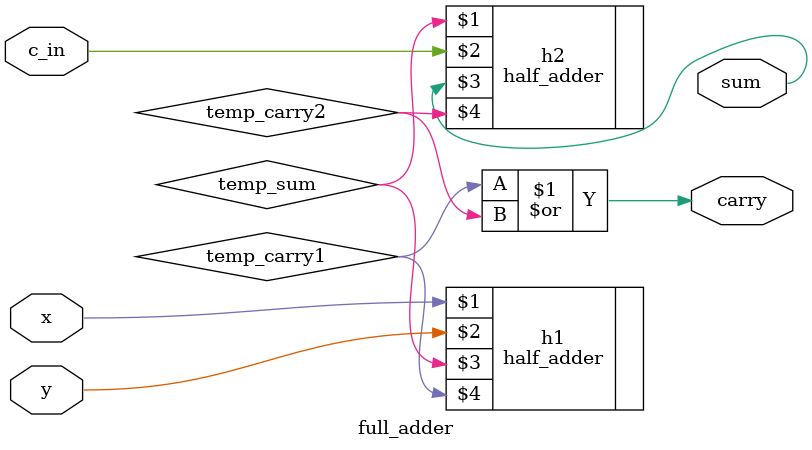
<source format=v>
module full_adder(x, y , c_in, sum , carry);
    input x , y , c_in;
    output sum , carry;
    wire temp_sum, temp_carry1 , temp_carry2;
    half_adder h1(x , y, temp_sum, temp_carry1);
    half_adder h2(temp_sum, c_in, sum,  temp_carry2);
    or o1(carry, temp_carry1, temp_carry2);
endmodule

</source>
